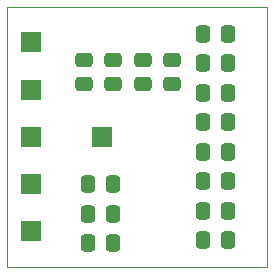
<source format=gts>
G04 #@! TF.GenerationSoftware,KiCad,Pcbnew,(7.0.0)*
G04 #@! TF.CreationDate,2023-03-10T18:23:16+01:00*
G04 #@! TF.ProjectId,CapacitorBox0805,43617061-6369-4746-9f72-426f78303830,rev?*
G04 #@! TF.SameCoordinates,Original*
G04 #@! TF.FileFunction,Soldermask,Top*
G04 #@! TF.FilePolarity,Negative*
%FSLAX46Y46*%
G04 Gerber Fmt 4.6, Leading zero omitted, Abs format (unit mm)*
G04 Created by KiCad (PCBNEW (7.0.0)) date 2023-03-10 18:23:16*
%MOMM*%
%LPD*%
G01*
G04 APERTURE LIST*
G04 Aperture macros list*
%AMRoundRect*
0 Rectangle with rounded corners*
0 $1 Rounding radius*
0 $2 $3 $4 $5 $6 $7 $8 $9 X,Y pos of 4 corners*
0 Add a 4 corners polygon primitive as box body*
4,1,4,$2,$3,$4,$5,$6,$7,$8,$9,$2,$3,0*
0 Add four circle primitives for the rounded corners*
1,1,$1+$1,$2,$3*
1,1,$1+$1,$4,$5*
1,1,$1+$1,$6,$7*
1,1,$1+$1,$8,$9*
0 Add four rect primitives between the rounded corners*
20,1,$1+$1,$2,$3,$4,$5,0*
20,1,$1+$1,$4,$5,$6,$7,0*
20,1,$1+$1,$6,$7,$8,$9,0*
20,1,$1+$1,$8,$9,$2,$3,0*%
G04 Aperture macros list end*
%ADD10RoundRect,0.250000X-0.337500X-0.475000X0.337500X-0.475000X0.337500X0.475000X-0.337500X0.475000X0*%
%ADD11RoundRect,0.250000X-0.475000X0.337500X-0.475000X-0.337500X0.475000X-0.337500X0.475000X0.337500X0*%
%ADD12R,1.700000X1.700000*%
G04 #@! TA.AperFunction,Profile*
%ADD13C,0.100000*%
G04 #@! TD*
G04 APERTURE END LIST*
D10*
X117625000Y-119750000D03*
X119700000Y-119750000D03*
X117625000Y-117250000D03*
X119700000Y-117250000D03*
D11*
X110000000Y-104462500D03*
X110000000Y-106537500D03*
D12*
X102999999Y-114999999D03*
X102999999Y-118999999D03*
D11*
X112500000Y-104462500D03*
X112500000Y-106537500D03*
X107500000Y-104462500D03*
X107500000Y-106537500D03*
D12*
X102999999Y-102999999D03*
X108999999Y-110999999D03*
D10*
X107862500Y-117500000D03*
X109937500Y-117500000D03*
D11*
X115000000Y-104462500D03*
X115000000Y-106537500D03*
D10*
X117625000Y-114750000D03*
X119700000Y-114750000D03*
X117625000Y-104750000D03*
X119700000Y-104750000D03*
D12*
X102999999Y-110999999D03*
D10*
X117625000Y-107250000D03*
X119700000Y-107250000D03*
X117625000Y-102250000D03*
X119700000Y-102250000D03*
X117625000Y-112250000D03*
X119700000Y-112250000D03*
X107862500Y-115000000D03*
X109937500Y-115000000D03*
D12*
X102999999Y-106999999D03*
D10*
X117625000Y-109750000D03*
X119700000Y-109750000D03*
X107862500Y-120000000D03*
X109937500Y-120000000D03*
D13*
X101000000Y-100000000D02*
X123000000Y-100000000D01*
X123000000Y-100000000D02*
X123000000Y-122000000D01*
X123000000Y-122000000D02*
X101000000Y-122000000D01*
X101000000Y-100000000D02*
X101000000Y-122000000D01*
M02*

</source>
